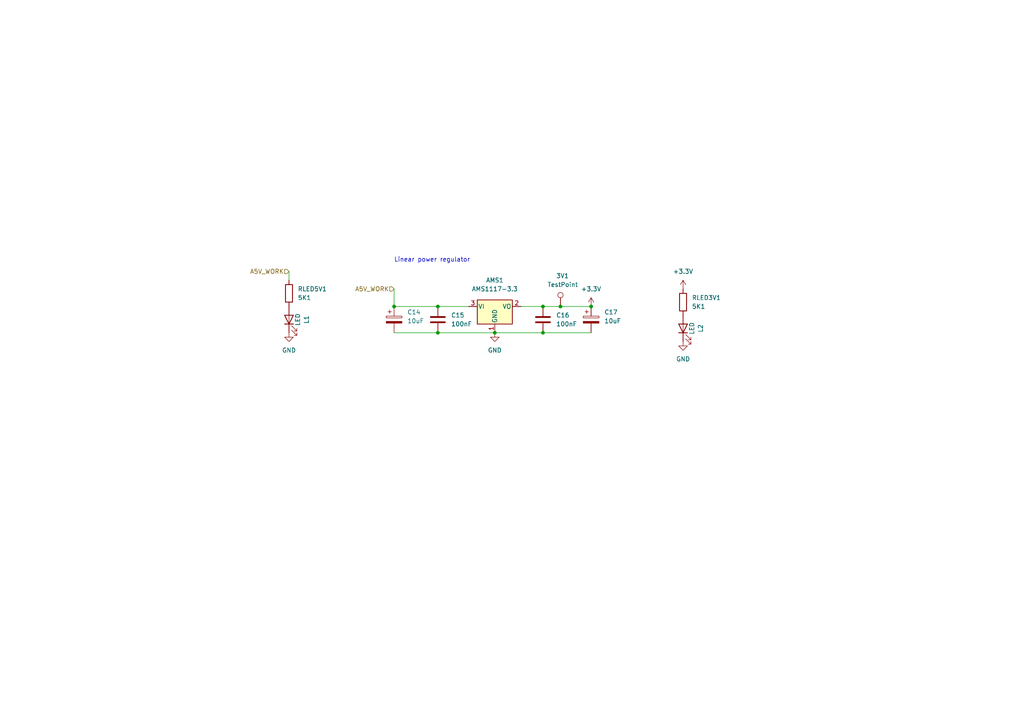
<source format=kicad_sch>
(kicad_sch (version 20211123) (generator eeschema)
  (paper "A4")
  (lib_symbols
    (symbol "Connector:TestPoint" (pin_numbers hide) (pin_names (offset 0.762) hide)
      (property "Reference" "TP" (at 0 6.858 0))
      (property "Value" "TestPoint" (at 0 5.08 0))
      (symbol "TestPoint_0_1"
        (circle (center 0 3.302) (radius 0.762))
      )
      (symbol "TestPoint_1_1"
        (pin passive line (at 0 0 90) (length 2.54) (name "1") (number "1"))
      )
    )
    (symbol "Device:C" (pin_numbers hide) (pin_names (offset 0.254))
      (property "Reference" "C" (at 0.635 2.54 0))
      (property "Value" "C" (at 0.635 -2.54 0))
      (symbol "C_0_1"
        (polyline (pts (xy -2.032 -0.762) (xy 2.032 -0.762)) (stroke (width 0.508)))
        (polyline (pts (xy -2.032 0.762) (xy 2.032 0.762)) (stroke (width 0.508)))
      )
      (symbol "C_1_1"
        (pin passive line (at 0 3.81 270) (length 2.794) (name "~") (number "1"))
        (pin passive line (at 0 -3.81 90) (length 2.794) (name "~") (number "2"))
      )
    )
    (symbol "Device:C_Polarized" (pin_numbers hide) (pin_names (offset 0.254))
      (property "Reference" "C" (at 0.635 2.54 0))
      (property "Value" "C_Polarized" (at 0.635 -2.54 0))
      (symbol "C_Polarized_0_1"
        (rectangle (start -2.286 0.508) (end 2.286 1.016))
        (polyline (pts (xy -1.778 2.286) (xy -0.762 2.286)))
        (polyline (pts (xy -1.27 2.794) (xy -1.27 1.778)))
        (rectangle (start 2.286 -0.508) (end -2.286 -1.016) (fill (type outline)))
      )
      (symbol "C_Polarized_1_1"
        (pin passive line (at 0 3.81 270) (length 2.794) (name "~") (number "1"))
        (pin passive line (at 0 -3.81 90) (length 2.794) (name "~") (number "2"))
      )
    )
    (symbol "Device:LED" (pin_numbers hide) (pin_names (offset 1.016) hide)
      (property "Reference" "D" (at 0 2.54 0))
      (property "Value" "LED" (at 0 -2.54 0))
      (symbol "LED_0_1"
        (polyline (pts (xy -1.27 -1.27) (xy -1.27 1.27)) (stroke (width 0.254)))
        (polyline (pts (xy -1.27 0) (xy 1.27 0)))
        (polyline (pts (xy 1.27 -1.27) (xy 1.27 1.27) (xy -1.27 0) (xy 1.27 -1.27)) (stroke (width 0.254)))
        (polyline (pts (xy -3.048 -0.762) (xy -4.572 -2.286) (xy -3.81 -2.286) (xy -4.572 -2.286) (xy -4.572 -1.524)))
        (polyline (pts (xy -1.778 -0.762) (xy -3.302 -2.286) (xy -2.54 -2.286) (xy -3.302 -2.286) (xy -3.302 -1.524)))
      )
      (symbol "LED_1_1"
        (pin passive line (at -3.81 0 0) (length 2.54) (name "K") (number "1"))
        (pin passive line (at 3.81 0 180) (length 2.54) (name "A") (number "2"))
      )
    )
    (symbol "Device:R" (pin_numbers hide) (pin_names (offset 0))
      (property "Reference" "R" (at 2.032 0 90))
      (property "Value" "R" (at 0 0 90))
      (symbol "R_0_1"
        (rectangle (start -1.016 -2.54) (end 1.016 2.54) (stroke (width 0.254)))
      )
      (symbol "R_1_1"
        (pin passive line (at 0 3.81 270) (length 1.27) (name "~") (number "1"))
        (pin passive line (at 0 -3.81 90) (length 1.27) (name "~") (number "2"))
      )
    )
    (symbol "Regulator_Linear:AMS1117-3.3" (pin_names (offset 0.254))
      (property "Reference" "U" (at -3.81 3.175 0))
      (property "Value" "AMS1117-3.3" (at 0 3.175 0))
      (symbol "AMS1117-3.3_0_1"
        (rectangle (start -5.08 -5.08) (end 5.08 1.905) (stroke (width 0.254)) (fill (type background)))
      )
      (symbol "AMS1117-3.3_1_1"
        (pin power_in line (at 0 -7.62 90) (length 2.54) (name "GND") (number "1"))
        (pin power_out line (at 7.62 0 180) (length 2.54) (name "VO") (number "2"))
        (pin power_in line (at -7.62 0 0) (length 2.54) (name "VI") (number "3"))
      )
    )
    (symbol "power:+3.3V" (power) (pin_names (offset 0))
      (property "Value" "+3.3V" (at 0 3.556 0))
      (symbol "+3.3V_0_1"
        (polyline (pts (xy -0.762 1.27) (xy 0 2.54)))
        (polyline (pts (xy 0 0) (xy 0 2.54)))
        (polyline (pts (xy 0 2.54) (xy 0.762 1.27)))
      )
      (symbol "+3.3V_1_1"
        (pin power_in line (at 0 0 90) (length 0) hide (name "+3.3V") (number "1"))
      )
    )
    (symbol "power:GND" (power) (pin_names (offset 0))
      (property "Value" "GND" (at 0 -3.81 0))
      (symbol "GND_0_1"
        (polyline (pts (xy 0 0) (xy 0 -1.27) (xy 1.27 -1.27) (xy 0 -2.54) (xy -1.27 -1.27) (xy 0 -1.27)))
      )
      (symbol "GND_1_1"
        (pin power_in line (at 0 0 270) (length 0) hide (name "GND") (number "1"))
      )
    )
  )
  (junction (at 171.45 88.9))
  (junction (at 157.48 88.9))
  (junction (at 114.3 88.9))
  (junction (at 143.51 96.52))
  (junction (at 127 96.52))
  (junction (at 127 88.9))
  (junction (at 157.48 96.52))
  (junction (at 162.56 88.9))
  (wire (pts (xy 114.3 88.9) (xy 127 88.9)))
  (wire (pts (xy 151.13 88.9) (xy 157.48 88.9)))
  (wire (pts (xy 83.82 78.74) (xy 83.82 81.28)))
  (wire (pts (xy 157.48 96.52) (xy 171.45 96.52)))
  (wire (pts (xy 114.3 96.52) (xy 127 96.52)))
  (wire (pts (xy 127 96.52) (xy 143.51 96.52)))
  (wire (pts (xy 157.48 88.9) (xy 162.56 88.9)))
  (wire (pts (xy 114.3 83.82) (xy 114.3 88.9)))
  (wire (pts (xy 127 88.9) (xy 135.89 88.9)))
  (wire (pts (xy 143.51 96.52) (xy 157.48 96.52)))
  (wire (pts (xy 162.56 88.9) (xy 171.45 88.9)))
  (text "Linear power regulator" (at 114.3 76.2 0) (effects (font (size 1.27 1.27)) (justify left bottom)))
  (hierarchical_label "A5V_WORK" (shape input) (at 114.3 83.82 180))
  (hierarchical_label "A5V_WORK" (shape input) (at 83.82 78.74 180))
  (symbol (lib_id "Connector:TestPoint") (at 162.56 88.9 0) (unit 1)
    (property "Reference" "3V1" (at 161.29 80.01 0) (effects (justify left)))
    (property "Value" "TestPoint" (at 158.75 82.55 0) (effects (justify left)))
    (property "Footprint" "TestPoint:TestPoint_Pad_2.0x2.0mm" (effects hide))
  )
  (symbol (lib_id "Device:LED") (at 198.12 95.25 90) (unit 1)
    (property "Reference" "L2" (at 203.2 95.25 0))
    (property "Value" "LED" (at 200.66 95.25 0))
    (property "Footprint" "LED_SMD:LED_0805_2012Metric" (effects hide))
  )
  (symbol (lib_id "Device:C") (at 157.48 92.71 0) (unit 1)
    (property "Reference" "C16" (at 161.29 91.4399 0) (effects (justify left)))
    (property "Value" "100nF" (at 161.29 93.9799 0) (effects (justify left)))
    (property "Footprint" "Capacitor_SMD:C_0805_2012Metric" (effects hide))
  )
  (symbol (lib_id "power:GND") (at 143.51 96.52 0) (unit 1)
    (property "Reference" "#PWR0144" (effects hide))
    (property "Value" "GND" (at 143.51 101.6 0))
  )
  (symbol (lib_id "power:GND") (at 198.12 99.06 0) (unit 1)
    (property "Reference" "#PWR0141" (effects hide))
    (property "Value" "GND" (at 198.12 104.14 0))
  )
  (symbol (lib_id "power:GND") (at 83.82 96.52 0) (unit 1)
    (property "Reference" "#PWR0140" (effects hide))
    (property "Value" "GND" (at 83.82 101.6 0))
  )
  (symbol (lib_id "Device:C_Polarized") (at 114.3 92.71 0) (unit 1)
    (property "Reference" "C14" (at 118.11 90.5509 0) (effects (justify left)))
    (property "Value" "10uF" (at 118.11 93.0909 0) (effects (justify left)))
    (property "Footprint" "Capacitor_THT:CP_Radial_D10.0mm_P5.00mm" (effects hide))
  )
  (symbol (lib_id "Regulator_Linear:AMS1117-3.3") (at 143.51 88.9 0) (unit 1)
    (property "Reference" "AMS1" (at 143.51 81.28 0))
    (property "Value" "AMS1117-3.3" (at 143.51 83.82 0))
    (property "Footprint" "Package_TO_SOT_SMD:SOT-223-3_TabPin2" (effects hide))
    (property "Datasheet" "http://www.advanced-monolithic.com/pdf/ds1117.pdf" (effects hide))
  )
  (symbol (lib_id "Device:C_Polarized") (at 171.45 92.71 0) (unit 1)
    (property "Reference" "C17" (at 175.26 90.5509 0) (effects (justify left)))
    (property "Value" "10uF" (at 175.26 93.0909 0) (effects (justify left)))
    (property "Footprint" "Capacitor_THT:CP_Radial_D10.0mm_P5.00mm" (effects hide))
  )
  (symbol (lib_id "power:+3.3V") (at 198.12 83.82 0) (unit 1)
    (property "Reference" "#PWR0143" (effects hide))
    (property "Value" "+3.3V" (at 198.12 78.74 0))
  )
  (symbol (lib_id "Device:LED") (at 83.82 92.71 90) (unit 1)
    (property "Reference" "L1" (at 88.9 92.71 0))
    (property "Value" "LED" (at 86.36 92.71 0))
    (property "Footprint" "LED_SMD:LED_0805_2012Metric" (effects hide))
  )
  (symbol (lib_id "power:+3.3V") (at 171.45 88.9 0) (unit 1)
    (property "Reference" "#PWR0142" (effects hide))
    (property "Value" "+3.3V" (at 171.45 83.82 0))
  )
  (symbol (lib_id "Device:R") (at 198.12 87.63 180) (unit 1)
    (property "Reference" "RLED3V1" (at 200.66 86.3599 0) (effects (justify right)))
    (property "Value" "5K1" (at 200.66 88.8999 0) (effects (justify right)))
    (property "Footprint" "Resistor_SMD:R_0805_2012Metric" (effects hide))
  )
  (symbol (lib_id "Device:C") (at 127 92.71 0) (unit 1)
    (property "Reference" "C15" (at 130.81 91.4399 0) (effects (justify left)))
    (property "Value" "100nF" (at 130.81 93.9799 0) (effects (justify left)))
    (property "Footprint" "Capacitor_SMD:C_0805_2012Metric" (effects hide))
  )
  (symbol (lib_id "Device:R") (at 83.82 85.09 180) (unit 1)
    (property "Reference" "RLED5V1" (at 86.36 83.8199 0) (effects (justify right)))
    (property "Value" "5K1" (at 86.36 86.3599 0) (effects (justify right)))
    (property "Footprint" "Resistor_SMD:R_0805_2012Metric" (effects hide))
  )
)
</source>
